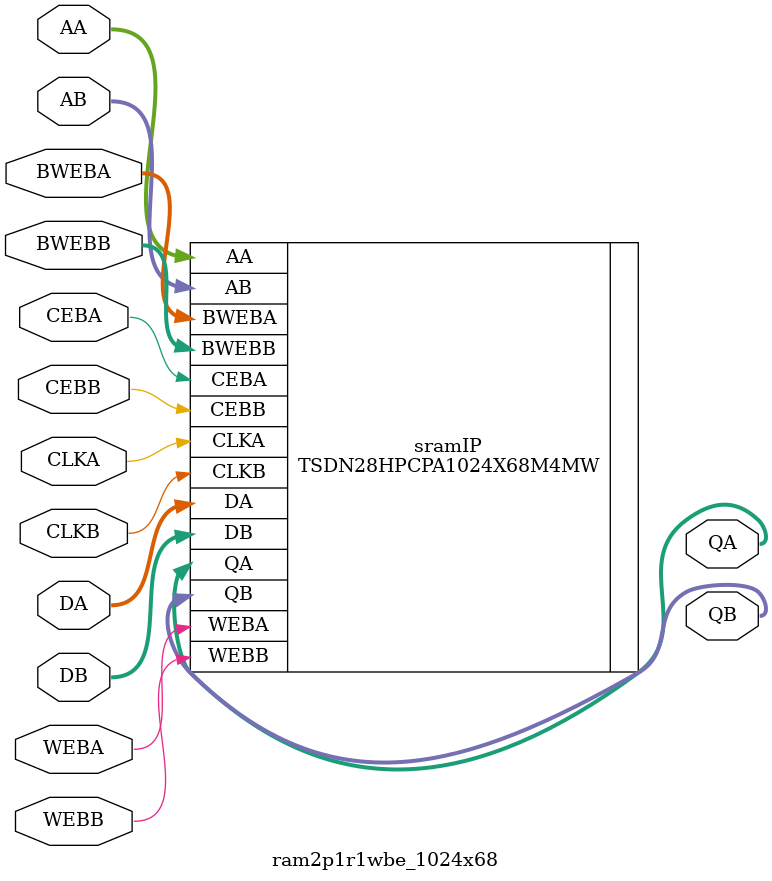
<source format=sv>

module ram2p1r1wbe_1024x68(
  input  logic          CLKA,
  input  logic          CLKB,
  input  logic          CEBA,
  input  logic          CEBB,
  input  logic          WEBA,
  input  logic          WEBB,
  input  logic [9:0]    AA,
  input  logic [9:0]    AB,
  input  logic [67:0]   DA,
  input  logic [67:0]   DB,
  input  logic [67:0]   BWEBA,
  input  logic [67:0]   BWEBB,
  output logic [67:0]   QA,
  output logic [67:0]   QB
);

   // replace "generic1024x68RAM" with "TSDN..1024X68.." module from your memory vendor
   //generic1024x68RAM sramIP (.CLKA, .CLKB, .CEBA, .CEBB, .WEBA, .WEBB,
   //         .AA, .AB, .DA, .DB, .BWEBA, .BWEBB, .QA, .QB);
  TSDN28HPCPA1024X68M4MW sramIP(.CLKA, .CLKB, .CEBA, .CEBB, .WEBA, .WEBB,
    .AA, .AB, .DA, .DB, .BWEBA, .BWEBB, .QA, .QB);

endmodule

</source>
